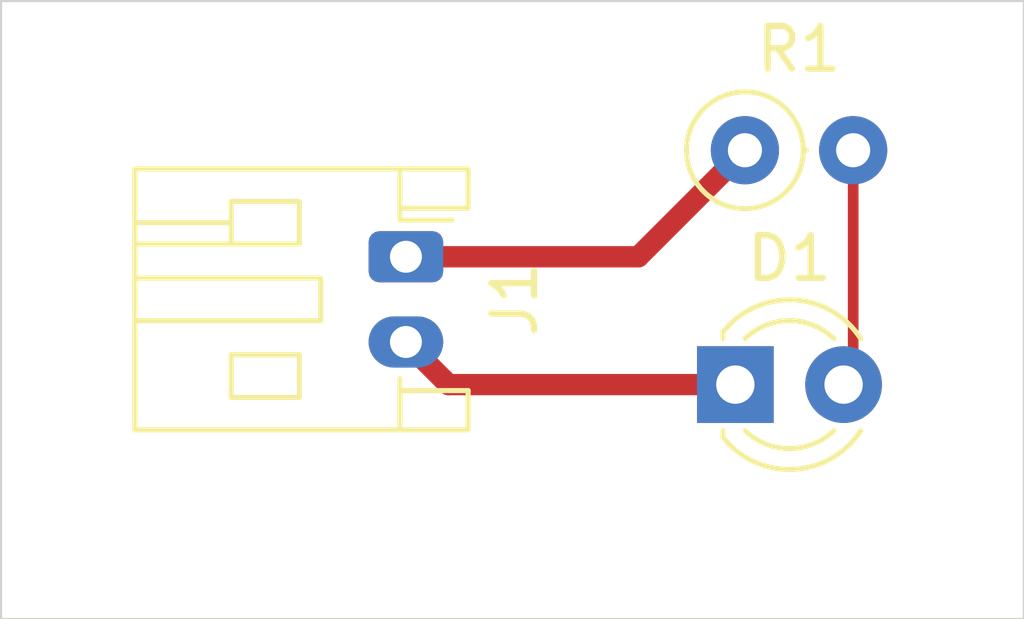
<source format=kicad_pcb>
(kicad_pcb (version 20241229) (generator "pcbnew") (generator_version "9.0")
  (layers (0 "F.Cu" signal) (2 "B.Cu" signal) (13 "F.Paste" user) (15 "B.Paste" user) (5 "F.SilkS" user "F.Silkscreen") (7 "B.SilkS" user "B.Silkscreen") (1 "F.Mask" user) (3 "B.Mask" user) (25 "Edge.Cuts" user))
  (net 0 "")
  (net 1 "Net-(D1-A)")
  (net 2 "GND")
  (net 3 "3.7V")
  (footprint "Resistor_THT:R_Axial_DIN0207_L6.3mm_D2.5mm_P2.54mm_Vertical" (layer "F.Cu") (at 161.455 71.5)
    (property "Reference" "R1" (at 1.27 -2.37 0) (layer "F.SilkS"))
    (property "Value" "85 Ohms")
    (fp_line (start 1.37 0) (end 1.44 0) (stroke (width 0.12)) (layer "F.SilkS"))
    (fp_circle (center 0 0) (end 1.37 0) (stroke (width 0.12)) (fill no) (layer "F.SilkS"))
    (pad "1" thru_hole circle (at 0 0) (size 1.6 1.6) (drill 0.8) (layers "*.Cu" "*.Mask") (net 3 "3.7V"))
    (pad "2" thru_hole oval (at 2.54 0) (size 1.6 1.6) (drill 0.8) (layers "*.Cu" "*.Mask") (net 1 "Net-(D1-A)"))
  )
  (footprint "Connector_JST:JST_PH_S2B-PH-K_1x02_P2.00mm_Horizontal" (layer "F.Cu") (at 153.5 74 -90)
    (property "Reference" "J1" (at 1 -2.55 90) (layer "F.SilkS"))
    (property "Value" "Conn_01x02_Pin")
    (fp_line (start -2.06 6.36) (end 4.06 6.36) (stroke (width 0.12)) (layer "F.SilkS"))
    (fp_line (start 0.5 6.36) (end 0.5 2) (stroke (width 0.12)) (layer "F.SilkS"))
    (fp_line (start 4.06 6.36) (end 4.06 -1.46) (stroke (width 0.12)) (layer "F.SilkS"))
    (fp_line (start -1.3 4.1) (end -0.3 4.1) (stroke (width 0.12)) (layer "F.SilkS"))
    (fp_line (start -0.8 4.1) (end -0.8 6.36) (stroke (width 0.12)) (layer "F.SilkS"))
    (fp_line (start -0.3 4.1) (end -0.3 6.36) (stroke (width 0.12)) (layer "F.SilkS"))
    (fp_line (start -0.3 4.1) (end -0.3 2.5) (stroke (width 0.12)) (layer "F.SilkS"))
    (fp_line (start 2.3 4.1) (end 2.3 2.5) (stroke (width 0.12)) (layer "F.SilkS"))
    (fp_line (start 3.3 4.1) (end 2.3 4.1) (stroke (width 0.12)) (layer "F.SilkS"))
    (fp_line (start -1.3 2.5) (end -1.3 4.1) (stroke (width 0.12)) (layer "F.SilkS"))
    (fp_line (start -0.3 2.5) (end -1.3 2.5) (stroke (width 0.12)) (layer "F.SilkS"))
    (fp_line (start 2.3 2.5) (end 3.3 2.5) (stroke (width 0.12)) (layer "F.SilkS"))
    (fp_line (start 3.3 2.5) (end 3.3 4.1) (stroke (width 0.12)) (layer "F.SilkS"))
    (fp_line (start 0.5 2) (end 1.5 2) (stroke (width 0.12)) (layer "F.SilkS"))
    (fp_line (start 1.5 2) (end 1.5 6.36) (stroke (width 0.12)) (layer "F.SilkS"))
    (fp_line (start -2.06 0.14) (end -1.14 0.14) (stroke (width 0.12)) (layer "F.SilkS"))
    (fp_line (start -1.14 0.14) (end -1.14 -1.46) (stroke (width 0.12)) (layer "F.SilkS"))
    (fp_line (start -0.86 0.14) (end -1.14 0.14) (stroke (width 0.12)) (layer "F.SilkS"))
    (fp_line (start -0.86 0.14) (end -0.86 -1.075) (stroke (width 0.12)) (layer "F.SilkS"))
    (fp_line (start 3.14 0.14) (end 2.86 0.14) (stroke (width 0.12)) (layer "F.SilkS"))
    (fp_line (start 4.06 0.14) (end 3.14 0.14) (stroke (width 0.12)) (layer "F.SilkS"))
    (fp_line (start -2.06 -1.46) (end -2.06 6.36) (stroke (width 0.12)) (layer "F.SilkS"))
    (fp_line (start -1.14 -1.46) (end -2.06 -1.46) (stroke (width 0.12)) (layer "F.SilkS"))
    (fp_line (start 3.14 -1.46) (end 3.14 0.14) (stroke (width 0.12)) (layer "F.SilkS"))
    (fp_line (start 4.06 -1.46) (end 3.14 -1.46) (stroke (width 0.12)) (layer "F.SilkS"))
    (pad "1" thru_hole roundrect (at 0 0 270) (size 1.2 1.75) (drill 0.75) (layers "*.Cu" "*.Mask") (roundrect_rratio 0.208333) (net 3 "3.7V"))
    (pad "2" thru_hole oval (at 2 0 270) (size 1.2 1.75) (drill 0.75) (layers "*.Cu" "*.Mask") (net 2 "GND"))
  )
  (footprint "LED_THT:LED_D3.0mm" (layer "F.Cu") (at 161.23 77)
    (property "Reference" "D1" (at 1.27 -2.96 0) (layer "F.SilkS"))
    (property "Value" "2V")
    (fp_line (start -0.29 -1.236) (end -0.29 -1.08) (stroke (width 0.12)) (layer "F.SilkS"))
    (fp_line (start -0.29 1.08) (end -0.29 1.236) (stroke (width 0.12)) (layer "F.SilkS"))
    (fp_arc (start -0.29 -1.235516) (mid 1.365624 -1.987701) (end 2.941397 -1.080061) (stroke (width 0.12)) (layer "F.SilkS"))
    (fp_arc (start 0.229039 -1.08) (mid 1.269964 -1.5) (end 2.31091 -1.080049) (stroke (width 0.12)) (layer "F.SilkS"))
    (fp_arc (start 2.31091 1.080049) (mid 1.269964 1.5) (end 0.229039 1.08) (stroke (width 0.12)) (layer "F.SilkS"))
    (fp_arc (start 2.941397 1.080061) (mid 1.365624 1.987701) (end -0.29 1.235516) (stroke (width 0.12)) (layer "F.SilkS"))
    (pad "1" thru_hole rect (at 0 0) (size 1.8 1.8) (drill 0.9) (layers "*.Cu" "*.Mask") (net 2 "GND"))
    (pad "2" thru_hole circle (at 2.54 0) (size 1.8 1.8) (drill 0.9) (layers "*.Cu" "*.Mask") (net 1 "Net-(D1-A)"))
  )
  (gr_line (start 144 68) (end 168 68) (stroke (width 0.05)) (layer "Edge.Cuts"))
  (gr_line (start 168 68) (end 168 82.5) (stroke (width 0.05)) (layer "Edge.Cuts"))
  (gr_line (start 144 82.5) (end 144 68) (stroke (width 0.05)) (layer "Edge.Cuts"))
  (gr_line (start 168 82.5) (end 144 82.5) (stroke (width 0.05)) (layer "Edge.Cuts"))
  (segment (start 163.995 76.775) (end 163.77 77) (width 0.2) (layer "F.Cu") (net 1))
  (segment (start 163.995 71.5) (end 163.995 76.775) (width 0.25) (layer "F.Cu") (net 1))
  (segment (start 154.5 77) (end 153.5 76) (width 0.5) (layer "F.Cu") (net 2))
  (segment (start 161.23 77) (end 154.5 77) (width 0.5) (layer "F.Cu") (net 2))
  (segment (start 153.5 74) (end 158.955 74) (width 0.5) (layer "F.Cu") (net 3))
  (segment (start 158.955 74) (end 161.455 71.5) (width 0.5) (layer "F.Cu") (net 3))
)
</source>
